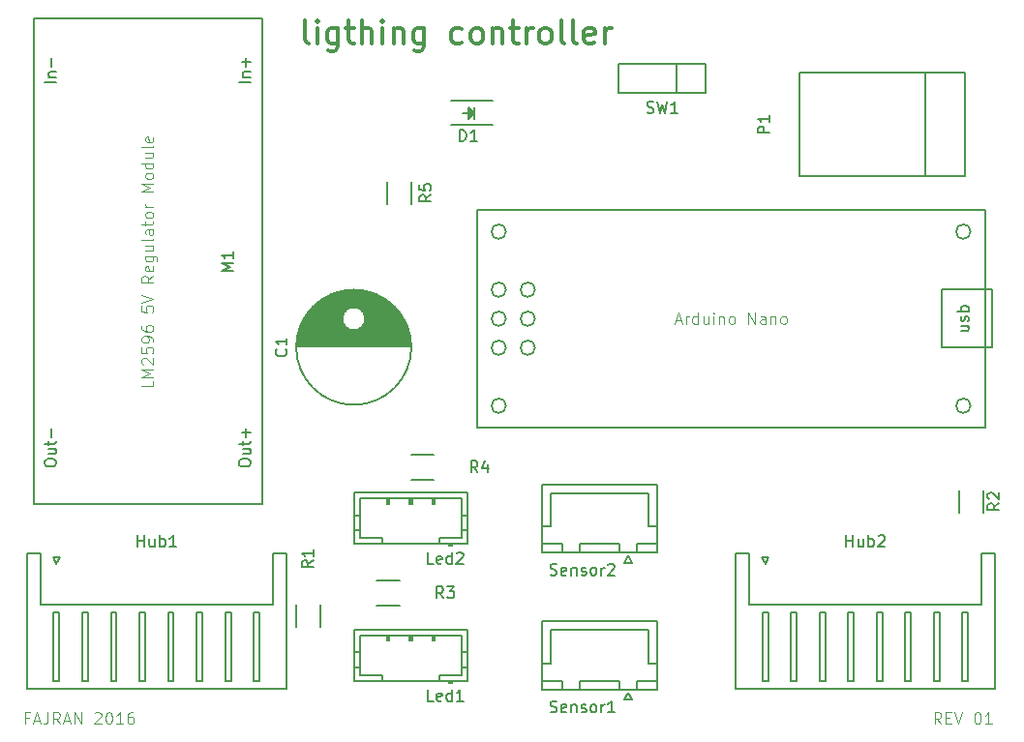
<source format=gbr>
G04 #@! TF.FileFunction,Legend,Top*
%FSLAX46Y46*%
G04 Gerber Fmt 4.6, Leading zero omitted, Abs format (unit mm)*
G04 Created by KiCad (PCBNEW 4.0.3+e1-6302~38~ubuntu15.04.1-stable) date Sun Sep 25 07:10:45 2016*
%MOMM*%
%LPD*%
G01*
G04 APERTURE LIST*
%ADD10C,0.100000*%
%ADD11C,0.300000*%
%ADD12C,0.150000*%
G04 APERTURE END LIST*
D10*
X46452381Y-65428573D02*
X46452381Y-65904764D01*
X45452381Y-65904764D01*
X46452381Y-65095240D02*
X45452381Y-65095240D01*
X46166667Y-64761906D01*
X45452381Y-64428573D01*
X46452381Y-64428573D01*
X45547619Y-64000002D02*
X45500000Y-63952383D01*
X45452381Y-63857145D01*
X45452381Y-63619049D01*
X45500000Y-63523811D01*
X45547619Y-63476192D01*
X45642857Y-63428573D01*
X45738095Y-63428573D01*
X45880952Y-63476192D01*
X46452381Y-64047621D01*
X46452381Y-63428573D01*
X45452381Y-62523811D02*
X45452381Y-63000002D01*
X45928571Y-63047621D01*
X45880952Y-63000002D01*
X45833333Y-62904764D01*
X45833333Y-62666668D01*
X45880952Y-62571430D01*
X45928571Y-62523811D01*
X46023810Y-62476192D01*
X46261905Y-62476192D01*
X46357143Y-62523811D01*
X46404762Y-62571430D01*
X46452381Y-62666668D01*
X46452381Y-62904764D01*
X46404762Y-63000002D01*
X46357143Y-63047621D01*
X46452381Y-62000002D02*
X46452381Y-61809526D01*
X46404762Y-61714287D01*
X46357143Y-61666668D01*
X46214286Y-61571430D01*
X46023810Y-61523811D01*
X45642857Y-61523811D01*
X45547619Y-61571430D01*
X45500000Y-61619049D01*
X45452381Y-61714287D01*
X45452381Y-61904764D01*
X45500000Y-62000002D01*
X45547619Y-62047621D01*
X45642857Y-62095240D01*
X45880952Y-62095240D01*
X45976190Y-62047621D01*
X46023810Y-62000002D01*
X46071429Y-61904764D01*
X46071429Y-61714287D01*
X46023810Y-61619049D01*
X45976190Y-61571430D01*
X45880952Y-61523811D01*
X45452381Y-60666668D02*
X45452381Y-60857145D01*
X45500000Y-60952383D01*
X45547619Y-61000002D01*
X45690476Y-61095240D01*
X45880952Y-61142859D01*
X46261905Y-61142859D01*
X46357143Y-61095240D01*
X46404762Y-61047621D01*
X46452381Y-60952383D01*
X46452381Y-60761906D01*
X46404762Y-60666668D01*
X46357143Y-60619049D01*
X46261905Y-60571430D01*
X46023810Y-60571430D01*
X45928571Y-60619049D01*
X45880952Y-60666668D01*
X45833333Y-60761906D01*
X45833333Y-60952383D01*
X45880952Y-61047621D01*
X45928571Y-61095240D01*
X46023810Y-61142859D01*
X45452381Y-58904763D02*
X45452381Y-59380954D01*
X45928571Y-59428573D01*
X45880952Y-59380954D01*
X45833333Y-59285716D01*
X45833333Y-59047620D01*
X45880952Y-58952382D01*
X45928571Y-58904763D01*
X46023810Y-58857144D01*
X46261905Y-58857144D01*
X46357143Y-58904763D01*
X46404762Y-58952382D01*
X46452381Y-59047620D01*
X46452381Y-59285716D01*
X46404762Y-59380954D01*
X46357143Y-59428573D01*
X45452381Y-58571430D02*
X46452381Y-58238097D01*
X45452381Y-57904763D01*
X46452381Y-56238096D02*
X45976190Y-56571430D01*
X46452381Y-56809525D02*
X45452381Y-56809525D01*
X45452381Y-56428572D01*
X45500000Y-56333334D01*
X45547619Y-56285715D01*
X45642857Y-56238096D01*
X45785714Y-56238096D01*
X45880952Y-56285715D01*
X45928571Y-56333334D01*
X45976190Y-56428572D01*
X45976190Y-56809525D01*
X46404762Y-55428572D02*
X46452381Y-55523810D01*
X46452381Y-55714287D01*
X46404762Y-55809525D01*
X46309524Y-55857144D01*
X45928571Y-55857144D01*
X45833333Y-55809525D01*
X45785714Y-55714287D01*
X45785714Y-55523810D01*
X45833333Y-55428572D01*
X45928571Y-55380953D01*
X46023810Y-55380953D01*
X46119048Y-55857144D01*
X45785714Y-54523810D02*
X46595238Y-54523810D01*
X46690476Y-54571429D01*
X46738095Y-54619048D01*
X46785714Y-54714287D01*
X46785714Y-54857144D01*
X46738095Y-54952382D01*
X46404762Y-54523810D02*
X46452381Y-54619048D01*
X46452381Y-54809525D01*
X46404762Y-54904763D01*
X46357143Y-54952382D01*
X46261905Y-55000001D01*
X45976190Y-55000001D01*
X45880952Y-54952382D01*
X45833333Y-54904763D01*
X45785714Y-54809525D01*
X45785714Y-54619048D01*
X45833333Y-54523810D01*
X45785714Y-53619048D02*
X46452381Y-53619048D01*
X45785714Y-54047620D02*
X46309524Y-54047620D01*
X46404762Y-54000001D01*
X46452381Y-53904763D01*
X46452381Y-53761905D01*
X46404762Y-53666667D01*
X46357143Y-53619048D01*
X46452381Y-53000001D02*
X46404762Y-53095239D01*
X46309524Y-53142858D01*
X45452381Y-53142858D01*
X46452381Y-52190476D02*
X45928571Y-52190476D01*
X45833333Y-52238095D01*
X45785714Y-52333333D01*
X45785714Y-52523810D01*
X45833333Y-52619048D01*
X46404762Y-52190476D02*
X46452381Y-52285714D01*
X46452381Y-52523810D01*
X46404762Y-52619048D01*
X46309524Y-52666667D01*
X46214286Y-52666667D01*
X46119048Y-52619048D01*
X46071429Y-52523810D01*
X46071429Y-52285714D01*
X46023810Y-52190476D01*
X45785714Y-51857143D02*
X45785714Y-51476191D01*
X45452381Y-51714286D02*
X46309524Y-51714286D01*
X46404762Y-51666667D01*
X46452381Y-51571429D01*
X46452381Y-51476191D01*
X46452381Y-51000000D02*
X46404762Y-51095238D01*
X46357143Y-51142857D01*
X46261905Y-51190476D01*
X45976190Y-51190476D01*
X45880952Y-51142857D01*
X45833333Y-51095238D01*
X45785714Y-51000000D01*
X45785714Y-50857142D01*
X45833333Y-50761904D01*
X45880952Y-50714285D01*
X45976190Y-50666666D01*
X46261905Y-50666666D01*
X46357143Y-50714285D01*
X46404762Y-50761904D01*
X46452381Y-50857142D01*
X46452381Y-51000000D01*
X46452381Y-50238095D02*
X45785714Y-50238095D01*
X45976190Y-50238095D02*
X45880952Y-50190476D01*
X45833333Y-50142857D01*
X45785714Y-50047619D01*
X45785714Y-49952380D01*
X46452381Y-48857142D02*
X45452381Y-48857142D01*
X46166667Y-48523808D01*
X45452381Y-48190475D01*
X46452381Y-48190475D01*
X46452381Y-47571428D02*
X46404762Y-47666666D01*
X46357143Y-47714285D01*
X46261905Y-47761904D01*
X45976190Y-47761904D01*
X45880952Y-47714285D01*
X45833333Y-47666666D01*
X45785714Y-47571428D01*
X45785714Y-47428570D01*
X45833333Y-47333332D01*
X45880952Y-47285713D01*
X45976190Y-47238094D01*
X46261905Y-47238094D01*
X46357143Y-47285713D01*
X46404762Y-47333332D01*
X46452381Y-47428570D01*
X46452381Y-47571428D01*
X46452381Y-46380951D02*
X45452381Y-46380951D01*
X46404762Y-46380951D02*
X46452381Y-46476189D01*
X46452381Y-46666666D01*
X46404762Y-46761904D01*
X46357143Y-46809523D01*
X46261905Y-46857142D01*
X45976190Y-46857142D01*
X45880952Y-46809523D01*
X45833333Y-46761904D01*
X45785714Y-46666666D01*
X45785714Y-46476189D01*
X45833333Y-46380951D01*
X45785714Y-45476189D02*
X46452381Y-45476189D01*
X45785714Y-45904761D02*
X46309524Y-45904761D01*
X46404762Y-45857142D01*
X46452381Y-45761904D01*
X46452381Y-45619046D01*
X46404762Y-45523808D01*
X46357143Y-45476189D01*
X46452381Y-44857142D02*
X46404762Y-44952380D01*
X46309524Y-44999999D01*
X45452381Y-44999999D01*
X46404762Y-44095236D02*
X46452381Y-44190474D01*
X46452381Y-44380951D01*
X46404762Y-44476189D01*
X46309524Y-44523808D01*
X45928571Y-44523808D01*
X45833333Y-44476189D01*
X45785714Y-44380951D01*
X45785714Y-44190474D01*
X45833333Y-44095236D01*
X45928571Y-44047617D01*
X46023810Y-44047617D01*
X46119048Y-44523808D01*
X115380952Y-95452381D02*
X115047618Y-94976190D01*
X114809523Y-95452381D02*
X114809523Y-94452381D01*
X115190476Y-94452381D01*
X115285714Y-94500000D01*
X115333333Y-94547619D01*
X115380952Y-94642857D01*
X115380952Y-94785714D01*
X115333333Y-94880952D01*
X115285714Y-94928571D01*
X115190476Y-94976190D01*
X114809523Y-94976190D01*
X115809523Y-94928571D02*
X116142857Y-94928571D01*
X116285714Y-95452381D02*
X115809523Y-95452381D01*
X115809523Y-94452381D01*
X116285714Y-94452381D01*
X116571428Y-94452381D02*
X116904761Y-95452381D01*
X117238095Y-94452381D01*
X118523809Y-94452381D02*
X118619048Y-94452381D01*
X118714286Y-94500000D01*
X118761905Y-94547619D01*
X118809524Y-94642857D01*
X118857143Y-94833333D01*
X118857143Y-95071429D01*
X118809524Y-95261905D01*
X118761905Y-95357143D01*
X118714286Y-95404762D01*
X118619048Y-95452381D01*
X118523809Y-95452381D01*
X118428571Y-95404762D01*
X118380952Y-95357143D01*
X118333333Y-95261905D01*
X118285714Y-95071429D01*
X118285714Y-94833333D01*
X118333333Y-94642857D01*
X118380952Y-94547619D01*
X118428571Y-94500000D01*
X118523809Y-94452381D01*
X119809524Y-95452381D02*
X119238095Y-95452381D01*
X119523809Y-95452381D02*
X119523809Y-94452381D01*
X119428571Y-94595238D01*
X119333333Y-94690476D01*
X119238095Y-94738095D01*
X35571429Y-94928571D02*
X35238095Y-94928571D01*
X35238095Y-95452381D02*
X35238095Y-94452381D01*
X35714286Y-94452381D01*
X36047619Y-95166667D02*
X36523810Y-95166667D01*
X35952381Y-95452381D02*
X36285714Y-94452381D01*
X36619048Y-95452381D01*
X37238096Y-94452381D02*
X37238096Y-95166667D01*
X37190476Y-95309524D01*
X37095238Y-95404762D01*
X36952381Y-95452381D01*
X36857143Y-95452381D01*
X38285715Y-95452381D02*
X37952381Y-94976190D01*
X37714286Y-95452381D02*
X37714286Y-94452381D01*
X38095239Y-94452381D01*
X38190477Y-94500000D01*
X38238096Y-94547619D01*
X38285715Y-94642857D01*
X38285715Y-94785714D01*
X38238096Y-94880952D01*
X38190477Y-94928571D01*
X38095239Y-94976190D01*
X37714286Y-94976190D01*
X38666667Y-95166667D02*
X39142858Y-95166667D01*
X38571429Y-95452381D02*
X38904762Y-94452381D01*
X39238096Y-95452381D01*
X39571429Y-95452381D02*
X39571429Y-94452381D01*
X40142858Y-95452381D01*
X40142858Y-94452381D01*
X41333334Y-94547619D02*
X41380953Y-94500000D01*
X41476191Y-94452381D01*
X41714287Y-94452381D01*
X41809525Y-94500000D01*
X41857144Y-94547619D01*
X41904763Y-94642857D01*
X41904763Y-94738095D01*
X41857144Y-94880952D01*
X41285715Y-95452381D01*
X41904763Y-95452381D01*
X42523810Y-94452381D02*
X42619049Y-94452381D01*
X42714287Y-94500000D01*
X42761906Y-94547619D01*
X42809525Y-94642857D01*
X42857144Y-94833333D01*
X42857144Y-95071429D01*
X42809525Y-95261905D01*
X42761906Y-95357143D01*
X42714287Y-95404762D01*
X42619049Y-95452381D01*
X42523810Y-95452381D01*
X42428572Y-95404762D01*
X42380953Y-95357143D01*
X42333334Y-95261905D01*
X42285715Y-95071429D01*
X42285715Y-94833333D01*
X42333334Y-94642857D01*
X42380953Y-94547619D01*
X42428572Y-94500000D01*
X42523810Y-94452381D01*
X43809525Y-95452381D02*
X43238096Y-95452381D01*
X43523810Y-95452381D02*
X43523810Y-94452381D01*
X43428572Y-94595238D01*
X43333334Y-94690476D01*
X43238096Y-94738095D01*
X44666668Y-94452381D02*
X44476191Y-94452381D01*
X44380953Y-94500000D01*
X44333334Y-94547619D01*
X44238096Y-94690476D01*
X44190477Y-94880952D01*
X44190477Y-95261905D01*
X44238096Y-95357143D01*
X44285715Y-95404762D01*
X44380953Y-95452381D01*
X44571430Y-95452381D01*
X44666668Y-95404762D01*
X44714287Y-95357143D01*
X44761906Y-95261905D01*
X44761906Y-95023810D01*
X44714287Y-94928571D01*
X44666668Y-94880952D01*
X44571430Y-94833333D01*
X44380953Y-94833333D01*
X44285715Y-94880952D01*
X44238096Y-94928571D01*
X44190477Y-95023810D01*
D11*
X60047619Y-35904762D02*
X59857143Y-35809524D01*
X59761904Y-35619048D01*
X59761904Y-33904762D01*
X60809523Y-35904762D02*
X60809523Y-34571429D01*
X60809523Y-33904762D02*
X60714285Y-34000000D01*
X60809523Y-34095238D01*
X60904762Y-34000000D01*
X60809523Y-33904762D01*
X60809523Y-34095238D01*
X62619047Y-34571429D02*
X62619047Y-36190476D01*
X62523809Y-36380952D01*
X62428571Y-36476190D01*
X62238095Y-36571429D01*
X61952381Y-36571429D01*
X61761904Y-36476190D01*
X62619047Y-35809524D02*
X62428571Y-35904762D01*
X62047619Y-35904762D01*
X61857143Y-35809524D01*
X61761904Y-35714286D01*
X61666666Y-35523810D01*
X61666666Y-34952381D01*
X61761904Y-34761905D01*
X61857143Y-34666667D01*
X62047619Y-34571429D01*
X62428571Y-34571429D01*
X62619047Y-34666667D01*
X63285714Y-34571429D02*
X64047619Y-34571429D01*
X63571428Y-33904762D02*
X63571428Y-35619048D01*
X63666667Y-35809524D01*
X63857143Y-35904762D01*
X64047619Y-35904762D01*
X64714285Y-35904762D02*
X64714285Y-33904762D01*
X65571428Y-35904762D02*
X65571428Y-34857143D01*
X65476190Y-34666667D01*
X65285714Y-34571429D01*
X65000000Y-34571429D01*
X64809524Y-34666667D01*
X64714285Y-34761905D01*
X66523809Y-35904762D02*
X66523809Y-34571429D01*
X66523809Y-33904762D02*
X66428571Y-34000000D01*
X66523809Y-34095238D01*
X66619048Y-34000000D01*
X66523809Y-33904762D01*
X66523809Y-34095238D01*
X67476190Y-34571429D02*
X67476190Y-35904762D01*
X67476190Y-34761905D02*
X67571429Y-34666667D01*
X67761905Y-34571429D01*
X68047619Y-34571429D01*
X68238095Y-34666667D01*
X68333333Y-34857143D01*
X68333333Y-35904762D01*
X70142857Y-34571429D02*
X70142857Y-36190476D01*
X70047619Y-36380952D01*
X69952381Y-36476190D01*
X69761905Y-36571429D01*
X69476191Y-36571429D01*
X69285714Y-36476190D01*
X70142857Y-35809524D02*
X69952381Y-35904762D01*
X69571429Y-35904762D01*
X69380953Y-35809524D01*
X69285714Y-35714286D01*
X69190476Y-35523810D01*
X69190476Y-34952381D01*
X69285714Y-34761905D01*
X69380953Y-34666667D01*
X69571429Y-34571429D01*
X69952381Y-34571429D01*
X70142857Y-34666667D01*
X73476191Y-35809524D02*
X73285715Y-35904762D01*
X72904763Y-35904762D01*
X72714287Y-35809524D01*
X72619048Y-35714286D01*
X72523810Y-35523810D01*
X72523810Y-34952381D01*
X72619048Y-34761905D01*
X72714287Y-34666667D01*
X72904763Y-34571429D01*
X73285715Y-34571429D01*
X73476191Y-34666667D01*
X74619049Y-35904762D02*
X74428573Y-35809524D01*
X74333334Y-35714286D01*
X74238096Y-35523810D01*
X74238096Y-34952381D01*
X74333334Y-34761905D01*
X74428573Y-34666667D01*
X74619049Y-34571429D01*
X74904763Y-34571429D01*
X75095239Y-34666667D01*
X75190477Y-34761905D01*
X75285715Y-34952381D01*
X75285715Y-35523810D01*
X75190477Y-35714286D01*
X75095239Y-35809524D01*
X74904763Y-35904762D01*
X74619049Y-35904762D01*
X76142858Y-34571429D02*
X76142858Y-35904762D01*
X76142858Y-34761905D02*
X76238097Y-34666667D01*
X76428573Y-34571429D01*
X76714287Y-34571429D01*
X76904763Y-34666667D01*
X77000001Y-34857143D01*
X77000001Y-35904762D01*
X77666668Y-34571429D02*
X78428573Y-34571429D01*
X77952382Y-33904762D02*
X77952382Y-35619048D01*
X78047621Y-35809524D01*
X78238097Y-35904762D01*
X78428573Y-35904762D01*
X79095239Y-35904762D02*
X79095239Y-34571429D01*
X79095239Y-34952381D02*
X79190478Y-34761905D01*
X79285716Y-34666667D01*
X79476192Y-34571429D01*
X79666668Y-34571429D01*
X80619049Y-35904762D02*
X80428573Y-35809524D01*
X80333334Y-35714286D01*
X80238096Y-35523810D01*
X80238096Y-34952381D01*
X80333334Y-34761905D01*
X80428573Y-34666667D01*
X80619049Y-34571429D01*
X80904763Y-34571429D01*
X81095239Y-34666667D01*
X81190477Y-34761905D01*
X81285715Y-34952381D01*
X81285715Y-35523810D01*
X81190477Y-35714286D01*
X81095239Y-35809524D01*
X80904763Y-35904762D01*
X80619049Y-35904762D01*
X82428573Y-35904762D02*
X82238097Y-35809524D01*
X82142858Y-35619048D01*
X82142858Y-33904762D01*
X83476192Y-35904762D02*
X83285716Y-35809524D01*
X83190477Y-35619048D01*
X83190477Y-33904762D01*
X85000001Y-35809524D02*
X84809525Y-35904762D01*
X84428573Y-35904762D01*
X84238096Y-35809524D01*
X84142858Y-35619048D01*
X84142858Y-34857143D01*
X84238096Y-34666667D01*
X84428573Y-34571429D01*
X84809525Y-34571429D01*
X85000001Y-34666667D01*
X85095239Y-34857143D01*
X85095239Y-35047619D01*
X84142858Y-35238095D01*
X85952382Y-35904762D02*
X85952382Y-34571429D01*
X85952382Y-34952381D02*
X86047621Y-34761905D01*
X86142859Y-34666667D01*
X86333335Y-34571429D01*
X86523811Y-34571429D01*
D12*
X74775000Y-69525000D02*
X74775000Y-50475000D01*
X74775000Y-50475000D02*
X119225000Y-50475000D01*
X119225000Y-50475000D02*
X119225000Y-69525000D01*
X119225000Y-69525000D02*
X74775000Y-69525000D01*
X117955000Y-67620000D02*
G75*
G03X117955000Y-67620000I-635000J0D01*
G01*
X117955000Y-52380000D02*
G75*
G03X117955000Y-52380000I-635000J0D01*
G01*
X77315000Y-67620000D02*
G75*
G03X77315000Y-67620000I-635000J0D01*
G01*
X77315000Y-52380000D02*
G75*
G03X77315000Y-52380000I-635000J0D01*
G01*
X77315000Y-62540000D02*
G75*
G03X77315000Y-62540000I-635000J0D01*
G01*
X79855000Y-62540000D02*
G75*
G03X79855000Y-62540000I-635000J0D01*
G01*
X79855000Y-57460000D02*
G75*
G03X79855000Y-57460000I-635000J0D01*
G01*
X77315000Y-57460000D02*
G75*
G03X77315000Y-57460000I-635000J0D01*
G01*
X77315000Y-60000000D02*
G75*
G03X77315000Y-60000000I-635000J0D01*
G01*
X79855000Y-60000000D02*
G75*
G03X79855000Y-60000000I-635000J0D01*
G01*
X115415000Y-57460000D02*
X115415000Y-62540000D01*
X119860000Y-62540000D02*
X119860000Y-57460000D01*
X119860000Y-62540000D02*
X115415000Y-62540000D01*
X115415000Y-57460000D02*
X119860000Y-57460000D01*
X59001000Y-62425000D02*
X68999000Y-62425000D01*
X59005000Y-62285000D02*
X68995000Y-62285000D01*
X59013000Y-62145000D02*
X68987000Y-62145000D01*
X59025000Y-62005000D02*
X68975000Y-62005000D01*
X59040000Y-61865000D02*
X68960000Y-61865000D01*
X59060000Y-61725000D02*
X68940000Y-61725000D01*
X59084000Y-61585000D02*
X68916000Y-61585000D01*
X59113000Y-61445000D02*
X68887000Y-61445000D01*
X59145000Y-61305000D02*
X68855000Y-61305000D01*
X59182000Y-61165000D02*
X68818000Y-61165000D01*
X59223000Y-61025000D02*
X68777000Y-61025000D01*
X59268000Y-60885000D02*
X63534000Y-60885000D01*
X64466000Y-60885000D02*
X68732000Y-60885000D01*
X59318000Y-60745000D02*
X63333000Y-60745000D01*
X64667000Y-60745000D02*
X68682000Y-60745000D01*
X59373000Y-60605000D02*
X63204000Y-60605000D01*
X64796000Y-60605000D02*
X68627000Y-60605000D01*
X59433000Y-60465000D02*
X63115000Y-60465000D01*
X64885000Y-60465000D02*
X68567000Y-60465000D01*
X59498000Y-60325000D02*
X63054000Y-60325000D01*
X64946000Y-60325000D02*
X68502000Y-60325000D01*
X59568000Y-60185000D02*
X63017000Y-60185000D01*
X64983000Y-60185000D02*
X68432000Y-60185000D01*
X59644000Y-60045000D02*
X63001000Y-60045000D01*
X64999000Y-60045000D02*
X68356000Y-60045000D01*
X59726000Y-59905000D02*
X63005000Y-59905000D01*
X64995000Y-59905000D02*
X68274000Y-59905000D01*
X59814000Y-59765000D02*
X63028000Y-59765000D01*
X64972000Y-59765000D02*
X68186000Y-59765000D01*
X59909000Y-59625000D02*
X63073000Y-59625000D01*
X64927000Y-59625000D02*
X68091000Y-59625000D01*
X60011000Y-59485000D02*
X63143000Y-59485000D01*
X64857000Y-59485000D02*
X67989000Y-59485000D01*
X60121000Y-59345000D02*
X63244000Y-59345000D01*
X64756000Y-59345000D02*
X67879000Y-59345000D01*
X60239000Y-59205000D02*
X63393000Y-59205000D01*
X64607000Y-59205000D02*
X67761000Y-59205000D01*
X60367000Y-59065000D02*
X63645000Y-59065000D01*
X64355000Y-59065000D02*
X67633000Y-59065000D01*
X60504000Y-58925000D02*
X67496000Y-58925000D01*
X60654000Y-58785000D02*
X67346000Y-58785000D01*
X60816000Y-58645000D02*
X67184000Y-58645000D01*
X60993000Y-58505000D02*
X67007000Y-58505000D01*
X61189000Y-58365000D02*
X66811000Y-58365000D01*
X61407000Y-58225000D02*
X66593000Y-58225000D01*
X61653000Y-58085000D02*
X66347000Y-58085000D01*
X61938000Y-57945000D02*
X66062000Y-57945000D01*
X62280000Y-57805000D02*
X65720000Y-57805000D01*
X62726000Y-57665000D02*
X65274000Y-57665000D01*
X63501000Y-57525000D02*
X64499000Y-57525000D01*
X65000000Y-60000000D02*
G75*
G03X65000000Y-60000000I-1000000J0D01*
G01*
X69037500Y-62500000D02*
G75*
G03X69037500Y-62500000I-5037500J0D01*
G01*
X76150000Y-40950000D02*
X72550000Y-40950000D01*
X76150000Y-43050000D02*
X72550000Y-43050000D01*
X74100000Y-42300000D02*
X74100000Y-41700000D01*
X74100000Y-41700000D02*
X74400000Y-42000000D01*
X74400000Y-42000000D02*
X74200000Y-42200000D01*
X74200000Y-42200000D02*
X74200000Y-41950000D01*
X74200000Y-41950000D02*
X74250000Y-42000000D01*
X74500000Y-42500000D02*
X74500000Y-41500000D01*
X74000000Y-42000000D02*
X73500000Y-42000000D01*
X74500000Y-42000000D02*
X74000000Y-42500000D01*
X74000000Y-42500000D02*
X74000000Y-41500000D01*
X74000000Y-41500000D02*
X74500000Y-42000000D01*
X46750000Y-92350000D02*
X35400000Y-92350000D01*
X35400000Y-92350000D02*
X35400000Y-80550000D01*
X35400000Y-80550000D02*
X36600000Y-80550000D01*
X36600000Y-80550000D02*
X36600000Y-85050000D01*
X36600000Y-85050000D02*
X46750000Y-85050000D01*
X46750000Y-92350000D02*
X58100000Y-92350000D01*
X58100000Y-92350000D02*
X58100000Y-80550000D01*
X58100000Y-80550000D02*
X56900000Y-80550000D01*
X56900000Y-80550000D02*
X56900000Y-85050000D01*
X56900000Y-85050000D02*
X46750000Y-85050000D01*
X37750000Y-85700000D02*
X37750000Y-91700000D01*
X37750000Y-91700000D02*
X38250000Y-91700000D01*
X38250000Y-91700000D02*
X38250000Y-85700000D01*
X38250000Y-85700000D02*
X37750000Y-85700000D01*
X40250000Y-85700000D02*
X40250000Y-91700000D01*
X40250000Y-91700000D02*
X40750000Y-91700000D01*
X40750000Y-91700000D02*
X40750000Y-85700000D01*
X40750000Y-85700000D02*
X40250000Y-85700000D01*
X42750000Y-85700000D02*
X42750000Y-91700000D01*
X42750000Y-91700000D02*
X43250000Y-91700000D01*
X43250000Y-91700000D02*
X43250000Y-85700000D01*
X43250000Y-85700000D02*
X42750000Y-85700000D01*
X45250000Y-85700000D02*
X45250000Y-91700000D01*
X45250000Y-91700000D02*
X45750000Y-91700000D01*
X45750000Y-91700000D02*
X45750000Y-85700000D01*
X45750000Y-85700000D02*
X45250000Y-85700000D01*
X47750000Y-85700000D02*
X47750000Y-91700000D01*
X47750000Y-91700000D02*
X48250000Y-91700000D01*
X48250000Y-91700000D02*
X48250000Y-85700000D01*
X48250000Y-85700000D02*
X47750000Y-85700000D01*
X50250000Y-85700000D02*
X50250000Y-91700000D01*
X50250000Y-91700000D02*
X50750000Y-91700000D01*
X50750000Y-91700000D02*
X50750000Y-85700000D01*
X50750000Y-85700000D02*
X50250000Y-85700000D01*
X52750000Y-85700000D02*
X52750000Y-91700000D01*
X52750000Y-91700000D02*
X53250000Y-91700000D01*
X53250000Y-91700000D02*
X53250000Y-85700000D01*
X53250000Y-85700000D02*
X52750000Y-85700000D01*
X55250000Y-85700000D02*
X55250000Y-91700000D01*
X55250000Y-91700000D02*
X55750000Y-91700000D01*
X55750000Y-91700000D02*
X55750000Y-85700000D01*
X55750000Y-85700000D02*
X55250000Y-85700000D01*
X38000000Y-81500000D02*
X37700000Y-80900000D01*
X37700000Y-80900000D02*
X38300000Y-80900000D01*
X38300000Y-80900000D02*
X38000000Y-81500000D01*
X108750000Y-92350000D02*
X97400000Y-92350000D01*
X97400000Y-92350000D02*
X97400000Y-80550000D01*
X97400000Y-80550000D02*
X98600000Y-80550000D01*
X98600000Y-80550000D02*
X98600000Y-85050000D01*
X98600000Y-85050000D02*
X108750000Y-85050000D01*
X108750000Y-92350000D02*
X120100000Y-92350000D01*
X120100000Y-92350000D02*
X120100000Y-80550000D01*
X120100000Y-80550000D02*
X118900000Y-80550000D01*
X118900000Y-80550000D02*
X118900000Y-85050000D01*
X118900000Y-85050000D02*
X108750000Y-85050000D01*
X99750000Y-85700000D02*
X99750000Y-91700000D01*
X99750000Y-91700000D02*
X100250000Y-91700000D01*
X100250000Y-91700000D02*
X100250000Y-85700000D01*
X100250000Y-85700000D02*
X99750000Y-85700000D01*
X102250000Y-85700000D02*
X102250000Y-91700000D01*
X102250000Y-91700000D02*
X102750000Y-91700000D01*
X102750000Y-91700000D02*
X102750000Y-85700000D01*
X102750000Y-85700000D02*
X102250000Y-85700000D01*
X104750000Y-85700000D02*
X104750000Y-91700000D01*
X104750000Y-91700000D02*
X105250000Y-91700000D01*
X105250000Y-91700000D02*
X105250000Y-85700000D01*
X105250000Y-85700000D02*
X104750000Y-85700000D01*
X107250000Y-85700000D02*
X107250000Y-91700000D01*
X107250000Y-91700000D02*
X107750000Y-91700000D01*
X107750000Y-91700000D02*
X107750000Y-85700000D01*
X107750000Y-85700000D02*
X107250000Y-85700000D01*
X109750000Y-85700000D02*
X109750000Y-91700000D01*
X109750000Y-91700000D02*
X110250000Y-91700000D01*
X110250000Y-91700000D02*
X110250000Y-85700000D01*
X110250000Y-85700000D02*
X109750000Y-85700000D01*
X112250000Y-85700000D02*
X112250000Y-91700000D01*
X112250000Y-91700000D02*
X112750000Y-91700000D01*
X112750000Y-91700000D02*
X112750000Y-85700000D01*
X112750000Y-85700000D02*
X112250000Y-85700000D01*
X114750000Y-85700000D02*
X114750000Y-91700000D01*
X114750000Y-91700000D02*
X115250000Y-91700000D01*
X115250000Y-91700000D02*
X115250000Y-85700000D01*
X115250000Y-85700000D02*
X114750000Y-85700000D01*
X117250000Y-85700000D02*
X117250000Y-91700000D01*
X117250000Y-91700000D02*
X117750000Y-91700000D01*
X117750000Y-91700000D02*
X117750000Y-85700000D01*
X117750000Y-85700000D02*
X117250000Y-85700000D01*
X100000000Y-81500000D02*
X99700000Y-80900000D01*
X99700000Y-80900000D02*
X100300000Y-80900000D01*
X100300000Y-80900000D02*
X100000000Y-81500000D01*
X73950000Y-87200000D02*
X73950000Y-91700000D01*
X73950000Y-91700000D02*
X64050000Y-91700000D01*
X64050000Y-91700000D02*
X64050000Y-87200000D01*
X64050000Y-87200000D02*
X73950000Y-87200000D01*
X71500000Y-91700000D02*
X71500000Y-91200000D01*
X71500000Y-91200000D02*
X73450000Y-91200000D01*
X73450000Y-91200000D02*
X73450000Y-87700000D01*
X73450000Y-87700000D02*
X64550000Y-87700000D01*
X64550000Y-87700000D02*
X64550000Y-91200000D01*
X64550000Y-91200000D02*
X66500000Y-91200000D01*
X66500000Y-91200000D02*
X66500000Y-91700000D01*
X73950000Y-90500000D02*
X73450000Y-90500000D01*
X73950000Y-89200000D02*
X73450000Y-89200000D01*
X64550000Y-90500000D02*
X64050000Y-90500000D01*
X64550000Y-89200000D02*
X64050000Y-89200000D01*
X72300000Y-91700000D02*
X72300000Y-91900000D01*
X72300000Y-91900000D02*
X72600000Y-91900000D01*
X72600000Y-91900000D02*
X72600000Y-91700000D01*
X72300000Y-91800000D02*
X72600000Y-91800000D01*
X71100000Y-87700000D02*
X71100000Y-88200000D01*
X71100000Y-88200000D02*
X70900000Y-88200000D01*
X70900000Y-88200000D02*
X70900000Y-87700000D01*
X71000000Y-87700000D02*
X71000000Y-88200000D01*
X69100000Y-87700000D02*
X69100000Y-88200000D01*
X69100000Y-88200000D02*
X68900000Y-88200000D01*
X68900000Y-88200000D02*
X68900000Y-87700000D01*
X69000000Y-87700000D02*
X69000000Y-88200000D01*
X67100000Y-87700000D02*
X67100000Y-88200000D01*
X67100000Y-88200000D02*
X66900000Y-88200000D01*
X66900000Y-88200000D02*
X66900000Y-87700000D01*
X67000000Y-87700000D02*
X67000000Y-88200000D01*
X73950000Y-75200000D02*
X73950000Y-79700000D01*
X73950000Y-79700000D02*
X64050000Y-79700000D01*
X64050000Y-79700000D02*
X64050000Y-75200000D01*
X64050000Y-75200000D02*
X73950000Y-75200000D01*
X71500000Y-79700000D02*
X71500000Y-79200000D01*
X71500000Y-79200000D02*
X73450000Y-79200000D01*
X73450000Y-79200000D02*
X73450000Y-75700000D01*
X73450000Y-75700000D02*
X64550000Y-75700000D01*
X64550000Y-75700000D02*
X64550000Y-79200000D01*
X64550000Y-79200000D02*
X66500000Y-79200000D01*
X66500000Y-79200000D02*
X66500000Y-79700000D01*
X73950000Y-78500000D02*
X73450000Y-78500000D01*
X73950000Y-77200000D02*
X73450000Y-77200000D01*
X64550000Y-78500000D02*
X64050000Y-78500000D01*
X64550000Y-77200000D02*
X64050000Y-77200000D01*
X72300000Y-79700000D02*
X72300000Y-79900000D01*
X72300000Y-79900000D02*
X72600000Y-79900000D01*
X72600000Y-79900000D02*
X72600000Y-79700000D01*
X72300000Y-79800000D02*
X72600000Y-79800000D01*
X71100000Y-75700000D02*
X71100000Y-76200000D01*
X71100000Y-76200000D02*
X70900000Y-76200000D01*
X70900000Y-76200000D02*
X70900000Y-75700000D01*
X71000000Y-75700000D02*
X71000000Y-76200000D01*
X69100000Y-75700000D02*
X69100000Y-76200000D01*
X69100000Y-76200000D02*
X68900000Y-76200000D01*
X68900000Y-76200000D02*
X68900000Y-75700000D01*
X69000000Y-75700000D02*
X69000000Y-76200000D01*
X67100000Y-75700000D02*
X67100000Y-76200000D01*
X67100000Y-76200000D02*
X66900000Y-76200000D01*
X66900000Y-76200000D02*
X66900000Y-75700000D01*
X67000000Y-75700000D02*
X67000000Y-76200000D01*
X56000000Y-33750000D02*
X36000000Y-33750000D01*
X36000000Y-33750000D02*
X36000000Y-76250000D01*
X36000000Y-76250000D02*
X56000000Y-76250000D01*
X56000000Y-33750000D02*
X56000000Y-76250000D01*
X114000500Y-47500880D02*
X114000500Y-38499120D01*
X117500620Y-47500880D02*
X117500620Y-38499120D01*
X117500620Y-38499120D02*
X102999760Y-38499120D01*
X102999760Y-38499120D02*
X102999760Y-47500880D01*
X102999760Y-47500880D02*
X117500620Y-47500880D01*
X58925000Y-87000000D02*
X58925000Y-85000000D01*
X61075000Y-85000000D02*
X61075000Y-87000000D01*
X116925000Y-77000000D02*
X116925000Y-75000000D01*
X119075000Y-75000000D02*
X119075000Y-77000000D01*
X68000000Y-85075000D02*
X66000000Y-85075000D01*
X66000000Y-82925000D02*
X68000000Y-82925000D01*
X69000000Y-71925000D02*
X71000000Y-71925000D01*
X71000000Y-74075000D02*
X69000000Y-74075000D01*
X66925000Y-50000000D02*
X66925000Y-48000000D01*
X69075000Y-48000000D02*
X69075000Y-50000000D01*
X90550000Y-92450000D02*
X90550000Y-86500000D01*
X90550000Y-86500000D02*
X80450000Y-86500000D01*
X80450000Y-86500000D02*
X80450000Y-92450000D01*
X80450000Y-92450000D02*
X90550000Y-92450000D01*
X87250000Y-92450000D02*
X87250000Y-91700000D01*
X87250000Y-91700000D02*
X83750000Y-91700000D01*
X83750000Y-91700000D02*
X83750000Y-92450000D01*
X83750000Y-92450000D02*
X87250000Y-92450000D01*
X90550000Y-92450000D02*
X90550000Y-91700000D01*
X90550000Y-91700000D02*
X88750000Y-91700000D01*
X88750000Y-91700000D02*
X88750000Y-92450000D01*
X88750000Y-92450000D02*
X90550000Y-92450000D01*
X82250000Y-92450000D02*
X82250000Y-91700000D01*
X82250000Y-91700000D02*
X80450000Y-91700000D01*
X80450000Y-91700000D02*
X80450000Y-92450000D01*
X80450000Y-92450000D02*
X82250000Y-92450000D01*
X90550000Y-90200000D02*
X89800000Y-90200000D01*
X89800000Y-90200000D02*
X89800000Y-87250000D01*
X89800000Y-87250000D02*
X85500000Y-87250000D01*
X80450000Y-90200000D02*
X81200000Y-90200000D01*
X81200000Y-90200000D02*
X81200000Y-87250000D01*
X81200000Y-87250000D02*
X85500000Y-87250000D01*
X88000000Y-92750000D02*
X88300000Y-93350000D01*
X88300000Y-93350000D02*
X87700000Y-93350000D01*
X87700000Y-93350000D02*
X88000000Y-92750000D01*
X90550000Y-80450000D02*
X90550000Y-74500000D01*
X90550000Y-74500000D02*
X80450000Y-74500000D01*
X80450000Y-74500000D02*
X80450000Y-80450000D01*
X80450000Y-80450000D02*
X90550000Y-80450000D01*
X87250000Y-80450000D02*
X87250000Y-79700000D01*
X87250000Y-79700000D02*
X83750000Y-79700000D01*
X83750000Y-79700000D02*
X83750000Y-80450000D01*
X83750000Y-80450000D02*
X87250000Y-80450000D01*
X90550000Y-80450000D02*
X90550000Y-79700000D01*
X90550000Y-79700000D02*
X88750000Y-79700000D01*
X88750000Y-79700000D02*
X88750000Y-80450000D01*
X88750000Y-80450000D02*
X90550000Y-80450000D01*
X82250000Y-80450000D02*
X82250000Y-79700000D01*
X82250000Y-79700000D02*
X80450000Y-79700000D01*
X80450000Y-79700000D02*
X80450000Y-80450000D01*
X80450000Y-80450000D02*
X82250000Y-80450000D01*
X90550000Y-78200000D02*
X89800000Y-78200000D01*
X89800000Y-78200000D02*
X89800000Y-75250000D01*
X89800000Y-75250000D02*
X85500000Y-75250000D01*
X80450000Y-78200000D02*
X81200000Y-78200000D01*
X81200000Y-78200000D02*
X81200000Y-75250000D01*
X81200000Y-75250000D02*
X85500000Y-75250000D01*
X88000000Y-80750000D02*
X88300000Y-81350000D01*
X88300000Y-81350000D02*
X87700000Y-81350000D01*
X87700000Y-81350000D02*
X88000000Y-80750000D01*
X94810000Y-37730000D02*
X94810000Y-40270000D01*
X94810000Y-40270000D02*
X87190000Y-40270000D01*
X87190000Y-40270000D02*
X87190000Y-37730000D01*
X87190000Y-37730000D02*
X94810000Y-37730000D01*
X92270000Y-40270000D02*
X92270000Y-37730000D01*
D10*
X92142857Y-60166667D02*
X92619048Y-60166667D01*
X92047619Y-60452381D02*
X92380952Y-59452381D01*
X92714286Y-60452381D01*
X93047619Y-60452381D02*
X93047619Y-59785714D01*
X93047619Y-59976190D02*
X93095238Y-59880952D01*
X93142857Y-59833333D01*
X93238095Y-59785714D01*
X93333334Y-59785714D01*
X94095239Y-60452381D02*
X94095239Y-59452381D01*
X94095239Y-60404762D02*
X94000001Y-60452381D01*
X93809524Y-60452381D01*
X93714286Y-60404762D01*
X93666667Y-60357143D01*
X93619048Y-60261905D01*
X93619048Y-59976190D01*
X93666667Y-59880952D01*
X93714286Y-59833333D01*
X93809524Y-59785714D01*
X94000001Y-59785714D01*
X94095239Y-59833333D01*
X95000001Y-59785714D02*
X95000001Y-60452381D01*
X94571429Y-59785714D02*
X94571429Y-60309524D01*
X94619048Y-60404762D01*
X94714286Y-60452381D01*
X94857144Y-60452381D01*
X94952382Y-60404762D01*
X95000001Y-60357143D01*
X95476191Y-60452381D02*
X95476191Y-59785714D01*
X95476191Y-59452381D02*
X95428572Y-59500000D01*
X95476191Y-59547619D01*
X95523810Y-59500000D01*
X95476191Y-59452381D01*
X95476191Y-59547619D01*
X95952381Y-59785714D02*
X95952381Y-60452381D01*
X95952381Y-59880952D02*
X96000000Y-59833333D01*
X96095238Y-59785714D01*
X96238096Y-59785714D01*
X96333334Y-59833333D01*
X96380953Y-59928571D01*
X96380953Y-60452381D01*
X97000000Y-60452381D02*
X96904762Y-60404762D01*
X96857143Y-60357143D01*
X96809524Y-60261905D01*
X96809524Y-59976190D01*
X96857143Y-59880952D01*
X96904762Y-59833333D01*
X97000000Y-59785714D01*
X97142858Y-59785714D01*
X97238096Y-59833333D01*
X97285715Y-59880952D01*
X97333334Y-59976190D01*
X97333334Y-60261905D01*
X97285715Y-60357143D01*
X97238096Y-60404762D01*
X97142858Y-60452381D01*
X97000000Y-60452381D01*
X98523810Y-60452381D02*
X98523810Y-59452381D01*
X99095239Y-60452381D01*
X99095239Y-59452381D01*
X100000001Y-60452381D02*
X100000001Y-59928571D01*
X99952382Y-59833333D01*
X99857144Y-59785714D01*
X99666667Y-59785714D01*
X99571429Y-59833333D01*
X100000001Y-60404762D02*
X99904763Y-60452381D01*
X99666667Y-60452381D01*
X99571429Y-60404762D01*
X99523810Y-60309524D01*
X99523810Y-60214286D01*
X99571429Y-60119048D01*
X99666667Y-60071429D01*
X99904763Y-60071429D01*
X100000001Y-60023810D01*
X100476191Y-59785714D02*
X100476191Y-60452381D01*
X100476191Y-59880952D02*
X100523810Y-59833333D01*
X100619048Y-59785714D01*
X100761906Y-59785714D01*
X100857144Y-59833333D01*
X100904763Y-59928571D01*
X100904763Y-60452381D01*
X101523810Y-60452381D02*
X101428572Y-60404762D01*
X101380953Y-60357143D01*
X101333334Y-60261905D01*
X101333334Y-59976190D01*
X101380953Y-59880952D01*
X101428572Y-59833333D01*
X101523810Y-59785714D01*
X101666668Y-59785714D01*
X101761906Y-59833333D01*
X101809525Y-59880952D01*
X101857144Y-59976190D01*
X101857144Y-60261905D01*
X101809525Y-60357143D01*
X101761906Y-60404762D01*
X101666668Y-60452381D01*
X101523810Y-60452381D01*
D12*
X117105714Y-60642857D02*
X117772381Y-60642857D01*
X117105714Y-61071429D02*
X117629524Y-61071429D01*
X117724762Y-61023810D01*
X117772381Y-60928572D01*
X117772381Y-60785714D01*
X117724762Y-60690476D01*
X117677143Y-60642857D01*
X117724762Y-60214286D02*
X117772381Y-60119048D01*
X117772381Y-59928572D01*
X117724762Y-59833333D01*
X117629524Y-59785714D01*
X117581905Y-59785714D01*
X117486667Y-59833333D01*
X117439048Y-59928572D01*
X117439048Y-60071429D01*
X117391429Y-60166667D01*
X117296190Y-60214286D01*
X117248571Y-60214286D01*
X117153333Y-60166667D01*
X117105714Y-60071429D01*
X117105714Y-59928572D01*
X117153333Y-59833333D01*
X117772381Y-59357143D02*
X116772381Y-59357143D01*
X117153333Y-59357143D02*
X117105714Y-59261905D01*
X117105714Y-59071428D01*
X117153333Y-58976190D01*
X117200952Y-58928571D01*
X117296190Y-58880952D01*
X117581905Y-58880952D01*
X117677143Y-58928571D01*
X117724762Y-58976190D01*
X117772381Y-59071428D01*
X117772381Y-59261905D01*
X117724762Y-59357143D01*
X58057143Y-62666666D02*
X58104762Y-62714285D01*
X58152381Y-62857142D01*
X58152381Y-62952380D01*
X58104762Y-63095238D01*
X58009524Y-63190476D01*
X57914286Y-63238095D01*
X57723810Y-63285714D01*
X57580952Y-63285714D01*
X57390476Y-63238095D01*
X57295238Y-63190476D01*
X57200000Y-63095238D01*
X57152381Y-62952380D01*
X57152381Y-62857142D01*
X57200000Y-62714285D01*
X57247619Y-62666666D01*
X58152381Y-61714285D02*
X58152381Y-62285714D01*
X58152381Y-62000000D02*
X57152381Y-62000000D01*
X57295238Y-62095238D01*
X57390476Y-62190476D01*
X57438095Y-62285714D01*
X73261905Y-44452381D02*
X73261905Y-43452381D01*
X73500000Y-43452381D01*
X73642858Y-43500000D01*
X73738096Y-43595238D01*
X73785715Y-43690476D01*
X73833334Y-43880952D01*
X73833334Y-44023810D01*
X73785715Y-44214286D01*
X73738096Y-44309524D01*
X73642858Y-44404762D01*
X73500000Y-44452381D01*
X73261905Y-44452381D01*
X74785715Y-44452381D02*
X74214286Y-44452381D01*
X74500000Y-44452381D02*
X74500000Y-43452381D01*
X74404762Y-43595238D01*
X74309524Y-43690476D01*
X74214286Y-43738095D01*
X45083333Y-79952381D02*
X45083333Y-78952381D01*
X45083333Y-79428571D02*
X45654762Y-79428571D01*
X45654762Y-79952381D02*
X45654762Y-78952381D01*
X46559524Y-79285714D02*
X46559524Y-79952381D01*
X46130952Y-79285714D02*
X46130952Y-79809524D01*
X46178571Y-79904762D01*
X46273809Y-79952381D01*
X46416667Y-79952381D01*
X46511905Y-79904762D01*
X46559524Y-79857143D01*
X47035714Y-79952381D02*
X47035714Y-78952381D01*
X47035714Y-79333333D02*
X47130952Y-79285714D01*
X47321429Y-79285714D01*
X47416667Y-79333333D01*
X47464286Y-79380952D01*
X47511905Y-79476190D01*
X47511905Y-79761905D01*
X47464286Y-79857143D01*
X47416667Y-79904762D01*
X47321429Y-79952381D01*
X47130952Y-79952381D01*
X47035714Y-79904762D01*
X48464286Y-79952381D02*
X47892857Y-79952381D01*
X48178571Y-79952381D02*
X48178571Y-78952381D01*
X48083333Y-79095238D01*
X47988095Y-79190476D01*
X47892857Y-79238095D01*
X107083333Y-79952381D02*
X107083333Y-78952381D01*
X107083333Y-79428571D02*
X107654762Y-79428571D01*
X107654762Y-79952381D02*
X107654762Y-78952381D01*
X108559524Y-79285714D02*
X108559524Y-79952381D01*
X108130952Y-79285714D02*
X108130952Y-79809524D01*
X108178571Y-79904762D01*
X108273809Y-79952381D01*
X108416667Y-79952381D01*
X108511905Y-79904762D01*
X108559524Y-79857143D01*
X109035714Y-79952381D02*
X109035714Y-78952381D01*
X109035714Y-79333333D02*
X109130952Y-79285714D01*
X109321429Y-79285714D01*
X109416667Y-79333333D01*
X109464286Y-79380952D01*
X109511905Y-79476190D01*
X109511905Y-79761905D01*
X109464286Y-79857143D01*
X109416667Y-79904762D01*
X109321429Y-79952381D01*
X109130952Y-79952381D01*
X109035714Y-79904762D01*
X109892857Y-79047619D02*
X109940476Y-79000000D01*
X110035714Y-78952381D01*
X110273810Y-78952381D01*
X110369048Y-79000000D01*
X110416667Y-79047619D01*
X110464286Y-79142857D01*
X110464286Y-79238095D01*
X110416667Y-79380952D01*
X109845238Y-79952381D01*
X110464286Y-79952381D01*
X70952381Y-93452381D02*
X70476190Y-93452381D01*
X70476190Y-92452381D01*
X71666667Y-93404762D02*
X71571429Y-93452381D01*
X71380952Y-93452381D01*
X71285714Y-93404762D01*
X71238095Y-93309524D01*
X71238095Y-92928571D01*
X71285714Y-92833333D01*
X71380952Y-92785714D01*
X71571429Y-92785714D01*
X71666667Y-92833333D01*
X71714286Y-92928571D01*
X71714286Y-93023810D01*
X71238095Y-93119048D01*
X72571429Y-93452381D02*
X72571429Y-92452381D01*
X72571429Y-93404762D02*
X72476191Y-93452381D01*
X72285714Y-93452381D01*
X72190476Y-93404762D01*
X72142857Y-93357143D01*
X72095238Y-93261905D01*
X72095238Y-92976190D01*
X72142857Y-92880952D01*
X72190476Y-92833333D01*
X72285714Y-92785714D01*
X72476191Y-92785714D01*
X72571429Y-92833333D01*
X73571429Y-93452381D02*
X73000000Y-93452381D01*
X73285714Y-93452381D02*
X73285714Y-92452381D01*
X73190476Y-92595238D01*
X73095238Y-92690476D01*
X73000000Y-92738095D01*
X70952381Y-81452381D02*
X70476190Y-81452381D01*
X70476190Y-80452381D01*
X71666667Y-81404762D02*
X71571429Y-81452381D01*
X71380952Y-81452381D01*
X71285714Y-81404762D01*
X71238095Y-81309524D01*
X71238095Y-80928571D01*
X71285714Y-80833333D01*
X71380952Y-80785714D01*
X71571429Y-80785714D01*
X71666667Y-80833333D01*
X71714286Y-80928571D01*
X71714286Y-81023810D01*
X71238095Y-81119048D01*
X72571429Y-81452381D02*
X72571429Y-80452381D01*
X72571429Y-81404762D02*
X72476191Y-81452381D01*
X72285714Y-81452381D01*
X72190476Y-81404762D01*
X72142857Y-81357143D01*
X72095238Y-81261905D01*
X72095238Y-80976190D01*
X72142857Y-80880952D01*
X72190476Y-80833333D01*
X72285714Y-80785714D01*
X72476191Y-80785714D01*
X72571429Y-80833333D01*
X73000000Y-80547619D02*
X73047619Y-80500000D01*
X73142857Y-80452381D01*
X73380953Y-80452381D01*
X73476191Y-80500000D01*
X73523810Y-80547619D01*
X73571429Y-80642857D01*
X73571429Y-80738095D01*
X73523810Y-80880952D01*
X72952381Y-81452381D01*
X73571429Y-81452381D01*
X53452381Y-55809524D02*
X52452381Y-55809524D01*
X53166667Y-55476190D01*
X52452381Y-55142857D01*
X53452381Y-55142857D01*
X53452381Y-54142857D02*
X53452381Y-54714286D01*
X53452381Y-54428572D02*
X52452381Y-54428572D01*
X52595238Y-54523810D01*
X52690476Y-54619048D01*
X52738095Y-54714286D01*
X36952381Y-72702381D02*
X36952381Y-72511904D01*
X37000000Y-72416666D01*
X37095238Y-72321428D01*
X37285714Y-72273809D01*
X37619048Y-72273809D01*
X37809524Y-72321428D01*
X37904762Y-72416666D01*
X37952381Y-72511904D01*
X37952381Y-72702381D01*
X37904762Y-72797619D01*
X37809524Y-72892857D01*
X37619048Y-72940476D01*
X37285714Y-72940476D01*
X37095238Y-72892857D01*
X37000000Y-72797619D01*
X36952381Y-72702381D01*
X37285714Y-71416666D02*
X37952381Y-71416666D01*
X37285714Y-71845238D02*
X37809524Y-71845238D01*
X37904762Y-71797619D01*
X37952381Y-71702381D01*
X37952381Y-71559523D01*
X37904762Y-71464285D01*
X37857143Y-71416666D01*
X37285714Y-71083333D02*
X37285714Y-70702381D01*
X36952381Y-70940476D02*
X37809524Y-70940476D01*
X37904762Y-70892857D01*
X37952381Y-70797619D01*
X37952381Y-70702381D01*
X37571429Y-70369047D02*
X37571429Y-69607142D01*
X53952381Y-72702381D02*
X53952381Y-72511904D01*
X54000000Y-72416666D01*
X54095238Y-72321428D01*
X54285714Y-72273809D01*
X54619048Y-72273809D01*
X54809524Y-72321428D01*
X54904762Y-72416666D01*
X54952381Y-72511904D01*
X54952381Y-72702381D01*
X54904762Y-72797619D01*
X54809524Y-72892857D01*
X54619048Y-72940476D01*
X54285714Y-72940476D01*
X54095238Y-72892857D01*
X54000000Y-72797619D01*
X53952381Y-72702381D01*
X54285714Y-71416666D02*
X54952381Y-71416666D01*
X54285714Y-71845238D02*
X54809524Y-71845238D01*
X54904762Y-71797619D01*
X54952381Y-71702381D01*
X54952381Y-71559523D01*
X54904762Y-71464285D01*
X54857143Y-71416666D01*
X54285714Y-71083333D02*
X54285714Y-70702381D01*
X53952381Y-70940476D02*
X54809524Y-70940476D01*
X54904762Y-70892857D01*
X54952381Y-70797619D01*
X54952381Y-70702381D01*
X54571429Y-70369047D02*
X54571429Y-69607142D01*
X54952381Y-69988094D02*
X54190476Y-69988094D01*
X37952381Y-39321428D02*
X36952381Y-39321428D01*
X37285714Y-38845238D02*
X37952381Y-38845238D01*
X37380952Y-38845238D02*
X37333333Y-38797619D01*
X37285714Y-38702381D01*
X37285714Y-38559523D01*
X37333333Y-38464285D01*
X37428571Y-38416666D01*
X37952381Y-38416666D01*
X37571429Y-37940476D02*
X37571429Y-37178571D01*
X54952381Y-39321428D02*
X53952381Y-39321428D01*
X54285714Y-38845238D02*
X54952381Y-38845238D01*
X54380952Y-38845238D02*
X54333333Y-38797619D01*
X54285714Y-38702381D01*
X54285714Y-38559523D01*
X54333333Y-38464285D01*
X54428571Y-38416666D01*
X54952381Y-38416666D01*
X54571429Y-37940476D02*
X54571429Y-37178571D01*
X54952381Y-37559523D02*
X54190476Y-37559523D01*
X100353341Y-43738095D02*
X99353341Y-43738095D01*
X99353341Y-43357142D01*
X99400960Y-43261904D01*
X99448579Y-43214285D01*
X99543817Y-43166666D01*
X99686674Y-43166666D01*
X99781912Y-43214285D01*
X99829531Y-43261904D01*
X99877150Y-43357142D01*
X99877150Y-43738095D01*
X100353341Y-42214285D02*
X100353341Y-42785714D01*
X100353341Y-42500000D02*
X99353341Y-42500000D01*
X99496198Y-42595238D01*
X99591436Y-42690476D01*
X99639055Y-42785714D01*
X60452381Y-81166666D02*
X59976190Y-81500000D01*
X60452381Y-81738095D02*
X59452381Y-81738095D01*
X59452381Y-81357142D01*
X59500000Y-81261904D01*
X59547619Y-81214285D01*
X59642857Y-81166666D01*
X59785714Y-81166666D01*
X59880952Y-81214285D01*
X59928571Y-81261904D01*
X59976190Y-81357142D01*
X59976190Y-81738095D01*
X60452381Y-80214285D02*
X60452381Y-80785714D01*
X60452381Y-80500000D02*
X59452381Y-80500000D01*
X59595238Y-80595238D01*
X59690476Y-80690476D01*
X59738095Y-80785714D01*
X120452381Y-76166666D02*
X119976190Y-76500000D01*
X120452381Y-76738095D02*
X119452381Y-76738095D01*
X119452381Y-76357142D01*
X119500000Y-76261904D01*
X119547619Y-76214285D01*
X119642857Y-76166666D01*
X119785714Y-76166666D01*
X119880952Y-76214285D01*
X119928571Y-76261904D01*
X119976190Y-76357142D01*
X119976190Y-76738095D01*
X119547619Y-75785714D02*
X119500000Y-75738095D01*
X119452381Y-75642857D01*
X119452381Y-75404761D01*
X119500000Y-75309523D01*
X119547619Y-75261904D01*
X119642857Y-75214285D01*
X119738095Y-75214285D01*
X119880952Y-75261904D01*
X120452381Y-75833333D01*
X120452381Y-75214285D01*
X71833334Y-84452381D02*
X71500000Y-83976190D01*
X71261905Y-84452381D02*
X71261905Y-83452381D01*
X71642858Y-83452381D01*
X71738096Y-83500000D01*
X71785715Y-83547619D01*
X71833334Y-83642857D01*
X71833334Y-83785714D01*
X71785715Y-83880952D01*
X71738096Y-83928571D01*
X71642858Y-83976190D01*
X71261905Y-83976190D01*
X72166667Y-83452381D02*
X72785715Y-83452381D01*
X72452381Y-83833333D01*
X72595239Y-83833333D01*
X72690477Y-83880952D01*
X72738096Y-83928571D01*
X72785715Y-84023810D01*
X72785715Y-84261905D01*
X72738096Y-84357143D01*
X72690477Y-84404762D01*
X72595239Y-84452381D01*
X72309524Y-84452381D01*
X72214286Y-84404762D01*
X72166667Y-84357143D01*
X74833334Y-73452381D02*
X74500000Y-72976190D01*
X74261905Y-73452381D02*
X74261905Y-72452381D01*
X74642858Y-72452381D01*
X74738096Y-72500000D01*
X74785715Y-72547619D01*
X74833334Y-72642857D01*
X74833334Y-72785714D01*
X74785715Y-72880952D01*
X74738096Y-72928571D01*
X74642858Y-72976190D01*
X74261905Y-72976190D01*
X75690477Y-72785714D02*
X75690477Y-73452381D01*
X75452381Y-72404762D02*
X75214286Y-73119048D01*
X75833334Y-73119048D01*
X70752381Y-49166666D02*
X70276190Y-49500000D01*
X70752381Y-49738095D02*
X69752381Y-49738095D01*
X69752381Y-49357142D01*
X69800000Y-49261904D01*
X69847619Y-49214285D01*
X69942857Y-49166666D01*
X70085714Y-49166666D01*
X70180952Y-49214285D01*
X70228571Y-49261904D01*
X70276190Y-49357142D01*
X70276190Y-49738095D01*
X69752381Y-48261904D02*
X69752381Y-48738095D01*
X70228571Y-48785714D01*
X70180952Y-48738095D01*
X70133333Y-48642857D01*
X70133333Y-48404761D01*
X70180952Y-48309523D01*
X70228571Y-48261904D01*
X70323810Y-48214285D01*
X70561905Y-48214285D01*
X70657143Y-48261904D01*
X70704762Y-48309523D01*
X70752381Y-48404761D01*
X70752381Y-48642857D01*
X70704762Y-48738095D01*
X70657143Y-48785714D01*
X81190476Y-94404762D02*
X81333333Y-94452381D01*
X81571429Y-94452381D01*
X81666667Y-94404762D01*
X81714286Y-94357143D01*
X81761905Y-94261905D01*
X81761905Y-94166667D01*
X81714286Y-94071429D01*
X81666667Y-94023810D01*
X81571429Y-93976190D01*
X81380952Y-93928571D01*
X81285714Y-93880952D01*
X81238095Y-93833333D01*
X81190476Y-93738095D01*
X81190476Y-93642857D01*
X81238095Y-93547619D01*
X81285714Y-93500000D01*
X81380952Y-93452381D01*
X81619048Y-93452381D01*
X81761905Y-93500000D01*
X82571429Y-94404762D02*
X82476191Y-94452381D01*
X82285714Y-94452381D01*
X82190476Y-94404762D01*
X82142857Y-94309524D01*
X82142857Y-93928571D01*
X82190476Y-93833333D01*
X82285714Y-93785714D01*
X82476191Y-93785714D01*
X82571429Y-93833333D01*
X82619048Y-93928571D01*
X82619048Y-94023810D01*
X82142857Y-94119048D01*
X83047619Y-93785714D02*
X83047619Y-94452381D01*
X83047619Y-93880952D02*
X83095238Y-93833333D01*
X83190476Y-93785714D01*
X83333334Y-93785714D01*
X83428572Y-93833333D01*
X83476191Y-93928571D01*
X83476191Y-94452381D01*
X83904762Y-94404762D02*
X84000000Y-94452381D01*
X84190476Y-94452381D01*
X84285715Y-94404762D01*
X84333334Y-94309524D01*
X84333334Y-94261905D01*
X84285715Y-94166667D01*
X84190476Y-94119048D01*
X84047619Y-94119048D01*
X83952381Y-94071429D01*
X83904762Y-93976190D01*
X83904762Y-93928571D01*
X83952381Y-93833333D01*
X84047619Y-93785714D01*
X84190476Y-93785714D01*
X84285715Y-93833333D01*
X84904762Y-94452381D02*
X84809524Y-94404762D01*
X84761905Y-94357143D01*
X84714286Y-94261905D01*
X84714286Y-93976190D01*
X84761905Y-93880952D01*
X84809524Y-93833333D01*
X84904762Y-93785714D01*
X85047620Y-93785714D01*
X85142858Y-93833333D01*
X85190477Y-93880952D01*
X85238096Y-93976190D01*
X85238096Y-94261905D01*
X85190477Y-94357143D01*
X85142858Y-94404762D01*
X85047620Y-94452381D01*
X84904762Y-94452381D01*
X85666667Y-94452381D02*
X85666667Y-93785714D01*
X85666667Y-93976190D02*
X85714286Y-93880952D01*
X85761905Y-93833333D01*
X85857143Y-93785714D01*
X85952382Y-93785714D01*
X86809525Y-94452381D02*
X86238096Y-94452381D01*
X86523810Y-94452381D02*
X86523810Y-93452381D01*
X86428572Y-93595238D01*
X86333334Y-93690476D01*
X86238096Y-93738095D01*
X81190476Y-82404762D02*
X81333333Y-82452381D01*
X81571429Y-82452381D01*
X81666667Y-82404762D01*
X81714286Y-82357143D01*
X81761905Y-82261905D01*
X81761905Y-82166667D01*
X81714286Y-82071429D01*
X81666667Y-82023810D01*
X81571429Y-81976190D01*
X81380952Y-81928571D01*
X81285714Y-81880952D01*
X81238095Y-81833333D01*
X81190476Y-81738095D01*
X81190476Y-81642857D01*
X81238095Y-81547619D01*
X81285714Y-81500000D01*
X81380952Y-81452381D01*
X81619048Y-81452381D01*
X81761905Y-81500000D01*
X82571429Y-82404762D02*
X82476191Y-82452381D01*
X82285714Y-82452381D01*
X82190476Y-82404762D01*
X82142857Y-82309524D01*
X82142857Y-81928571D01*
X82190476Y-81833333D01*
X82285714Y-81785714D01*
X82476191Y-81785714D01*
X82571429Y-81833333D01*
X82619048Y-81928571D01*
X82619048Y-82023810D01*
X82142857Y-82119048D01*
X83047619Y-81785714D02*
X83047619Y-82452381D01*
X83047619Y-81880952D02*
X83095238Y-81833333D01*
X83190476Y-81785714D01*
X83333334Y-81785714D01*
X83428572Y-81833333D01*
X83476191Y-81928571D01*
X83476191Y-82452381D01*
X83904762Y-82404762D02*
X84000000Y-82452381D01*
X84190476Y-82452381D01*
X84285715Y-82404762D01*
X84333334Y-82309524D01*
X84333334Y-82261905D01*
X84285715Y-82166667D01*
X84190476Y-82119048D01*
X84047619Y-82119048D01*
X83952381Y-82071429D01*
X83904762Y-81976190D01*
X83904762Y-81928571D01*
X83952381Y-81833333D01*
X84047619Y-81785714D01*
X84190476Y-81785714D01*
X84285715Y-81833333D01*
X84904762Y-82452381D02*
X84809524Y-82404762D01*
X84761905Y-82357143D01*
X84714286Y-82261905D01*
X84714286Y-81976190D01*
X84761905Y-81880952D01*
X84809524Y-81833333D01*
X84904762Y-81785714D01*
X85047620Y-81785714D01*
X85142858Y-81833333D01*
X85190477Y-81880952D01*
X85238096Y-81976190D01*
X85238096Y-82261905D01*
X85190477Y-82357143D01*
X85142858Y-82404762D01*
X85047620Y-82452381D01*
X84904762Y-82452381D01*
X85666667Y-82452381D02*
X85666667Y-81785714D01*
X85666667Y-81976190D02*
X85714286Y-81880952D01*
X85761905Y-81833333D01*
X85857143Y-81785714D01*
X85952382Y-81785714D01*
X86238096Y-81547619D02*
X86285715Y-81500000D01*
X86380953Y-81452381D01*
X86619049Y-81452381D01*
X86714287Y-81500000D01*
X86761906Y-81547619D01*
X86809525Y-81642857D01*
X86809525Y-81738095D01*
X86761906Y-81880952D01*
X86190477Y-82452381D01*
X86809525Y-82452381D01*
X89666667Y-41944762D02*
X89809524Y-41992381D01*
X90047620Y-41992381D01*
X90142858Y-41944762D01*
X90190477Y-41897143D01*
X90238096Y-41801905D01*
X90238096Y-41706667D01*
X90190477Y-41611429D01*
X90142858Y-41563810D01*
X90047620Y-41516190D01*
X89857143Y-41468571D01*
X89761905Y-41420952D01*
X89714286Y-41373333D01*
X89666667Y-41278095D01*
X89666667Y-41182857D01*
X89714286Y-41087619D01*
X89761905Y-41040000D01*
X89857143Y-40992381D01*
X90095239Y-40992381D01*
X90238096Y-41040000D01*
X90571429Y-40992381D02*
X90809524Y-41992381D01*
X91000001Y-41278095D01*
X91190477Y-41992381D01*
X91428572Y-40992381D01*
X92333334Y-41992381D02*
X91761905Y-41992381D01*
X92047619Y-41992381D02*
X92047619Y-40992381D01*
X91952381Y-41135238D01*
X91857143Y-41230476D01*
X91761905Y-41278095D01*
M02*

</source>
